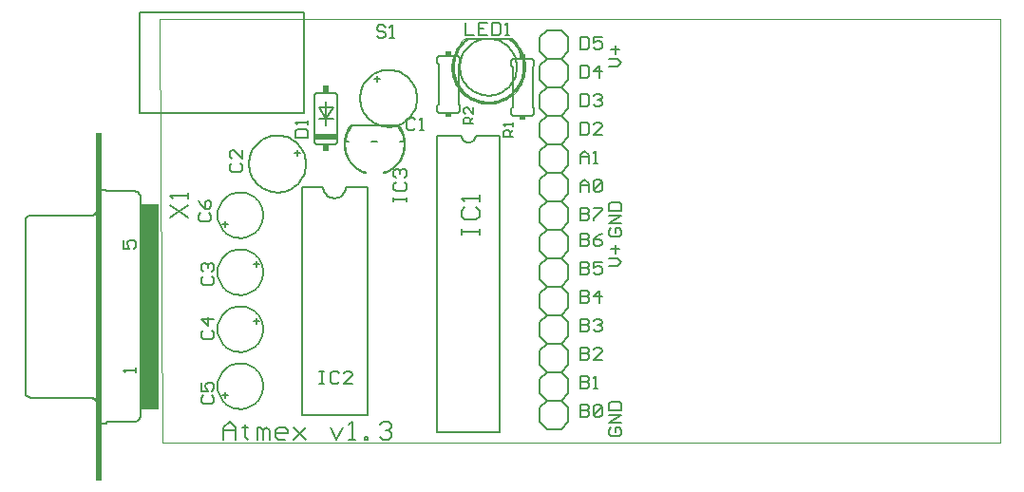
<source format=gto>
G75*
G70*
%OFA0B0*%
%FSLAX24Y24*%
%IPPOS*%
%LPD*%
%AMOC8*
5,1,8,0,0,1.08239X$1,22.5*
%
%ADD10C,0.0000*%
%ADD11C,0.0060*%
%ADD12C,0.0050*%
%ADD13C,0.0010*%
%ADD14C,0.0070*%
%ADD15R,0.0200X1.2200*%
%ADD16R,0.0630X0.7244*%
%ADD17C,0.0080*%
%ADD18R,0.0200X0.0150*%
%ADD19R,0.0800X0.0200*%
%ADD20R,0.0200X0.0250*%
D10*
X034336Y016890D02*
X004840Y016890D01*
X004940Y002020D01*
X034336Y002020D01*
X034336Y016890D01*
D11*
X002988Y002705D02*
X002788Y002705D01*
X002988Y002705D02*
X002988Y002755D01*
X003938Y002755D01*
X003968Y002757D01*
X003998Y002762D01*
X004027Y002771D01*
X004054Y002784D01*
X004080Y002799D01*
X004104Y002818D01*
X004125Y002839D01*
X004144Y002863D01*
X004159Y002889D01*
X004172Y002916D01*
X004181Y002945D01*
X004186Y002975D01*
X004188Y003005D01*
X004188Y002997D02*
X004188Y010612D01*
X004188Y010605D02*
X004186Y010635D01*
X004181Y010665D01*
X004172Y010694D01*
X004159Y010721D01*
X004144Y010747D01*
X004125Y010771D01*
X004104Y010792D01*
X004080Y010811D01*
X004054Y010826D01*
X004027Y010839D01*
X003998Y010848D01*
X003968Y010853D01*
X003938Y010855D01*
X002988Y010855D01*
X002988Y010905D01*
X002788Y010905D01*
X002417Y010005D02*
X000338Y010005D01*
X000312Y010003D01*
X000286Y009998D01*
X000261Y009990D01*
X000238Y009978D01*
X000216Y009964D01*
X000197Y009946D01*
X000179Y009927D01*
X000165Y009905D01*
X000153Y009882D01*
X000145Y009857D01*
X000140Y009831D01*
X000138Y009805D01*
X000138Y003805D01*
X000140Y003779D01*
X000145Y003753D01*
X000153Y003728D01*
X000165Y003705D01*
X000179Y003683D01*
X000197Y003664D01*
X000216Y003646D01*
X000238Y003632D01*
X000261Y003620D01*
X000286Y003612D01*
X000312Y003607D01*
X000338Y003605D01*
X002417Y003605D01*
X007038Y003705D02*
X007238Y003705D01*
X007138Y003605D02*
X007138Y003805D01*
X006888Y004005D02*
X006891Y004078D01*
X006901Y004150D01*
X006918Y004221D01*
X006940Y004290D01*
X006969Y004357D01*
X007004Y004421D01*
X007045Y004481D01*
X007091Y004538D01*
X007142Y004590D01*
X007197Y004637D01*
X007257Y004679D01*
X007320Y004715D01*
X007386Y004746D01*
X007455Y004770D01*
X007525Y004788D01*
X007597Y004800D01*
X007670Y004805D01*
X007743Y004803D01*
X007815Y004795D01*
X007886Y004780D01*
X007956Y004759D01*
X008023Y004731D01*
X008088Y004698D01*
X008149Y004659D01*
X008207Y004614D01*
X008260Y004564D01*
X008309Y004510D01*
X008352Y004451D01*
X008390Y004389D01*
X008422Y004324D01*
X008448Y004256D01*
X008467Y004186D01*
X008481Y004114D01*
X008487Y004041D01*
X008487Y003969D01*
X008481Y003896D01*
X008467Y003824D01*
X008448Y003754D01*
X008422Y003686D01*
X008390Y003621D01*
X008352Y003559D01*
X008309Y003500D01*
X008260Y003446D01*
X008207Y003396D01*
X008149Y003351D01*
X008088Y003312D01*
X008023Y003279D01*
X007956Y003251D01*
X007886Y003230D01*
X007815Y003215D01*
X007743Y003207D01*
X007670Y003205D01*
X007597Y003210D01*
X007525Y003222D01*
X007455Y003240D01*
X007386Y003264D01*
X007320Y003295D01*
X007257Y003331D01*
X007197Y003373D01*
X007142Y003420D01*
X007091Y003472D01*
X007045Y003529D01*
X007004Y003589D01*
X006969Y003653D01*
X006940Y003720D01*
X006918Y003789D01*
X006901Y003860D01*
X006891Y003932D01*
X006888Y004005D01*
X007308Y002775D02*
X007522Y002562D01*
X007522Y002135D01*
X007522Y002455D02*
X007095Y002455D01*
X007095Y002562D02*
X007095Y002135D01*
X007095Y002562D02*
X007308Y002775D01*
X007739Y002562D02*
X007953Y002562D01*
X007846Y002669D02*
X007846Y002242D01*
X007953Y002135D01*
X008277Y002135D02*
X008277Y002562D01*
X008383Y002562D01*
X008490Y002455D01*
X008597Y002562D01*
X008704Y002455D01*
X008704Y002135D01*
X008490Y002135D02*
X008490Y002455D01*
X008921Y002455D02*
X008921Y002242D01*
X009028Y002135D01*
X009241Y002135D01*
X009348Y002348D02*
X008921Y002348D01*
X008921Y002455D02*
X009028Y002562D01*
X009241Y002562D01*
X009348Y002455D01*
X009348Y002348D01*
X009566Y002135D02*
X009993Y002562D01*
X009566Y002562D02*
X009993Y002135D01*
X010855Y002562D02*
X011068Y002135D01*
X011282Y002562D01*
X011499Y002669D02*
X011606Y002775D01*
X011606Y002135D01*
X011499Y002135D02*
X011713Y002135D01*
X012036Y002135D02*
X012143Y002135D01*
X012143Y002242D01*
X012036Y002242D01*
X012036Y002135D01*
X012573Y002242D02*
X012680Y002135D01*
X012894Y002135D01*
X013000Y002242D01*
X013000Y002348D01*
X012894Y002455D01*
X012787Y002455D01*
X012894Y002455D02*
X013000Y002562D01*
X013000Y002669D01*
X012894Y002775D01*
X012680Y002775D01*
X012573Y002669D01*
X012138Y003005D02*
X009838Y003005D01*
X009838Y011005D01*
X010588Y011005D01*
X010590Y010966D01*
X010596Y010927D01*
X010605Y010889D01*
X010618Y010852D01*
X010635Y010816D01*
X010655Y010783D01*
X010679Y010751D01*
X010705Y010722D01*
X010734Y010696D01*
X010766Y010672D01*
X010799Y010652D01*
X010835Y010635D01*
X010872Y010622D01*
X010910Y010613D01*
X010949Y010607D01*
X010988Y010605D01*
X011027Y010607D01*
X011066Y010613D01*
X011104Y010622D01*
X011141Y010635D01*
X011177Y010652D01*
X011210Y010672D01*
X011242Y010696D01*
X011271Y010722D01*
X011297Y010751D01*
X011321Y010783D01*
X011341Y010816D01*
X011358Y010852D01*
X011371Y010889D01*
X011380Y010927D01*
X011386Y010966D01*
X011388Y011005D01*
X012138Y011005D01*
X012138Y003005D01*
X014588Y002405D02*
X014588Y012805D01*
X015438Y012805D01*
X015440Y012774D01*
X015446Y012743D01*
X015456Y012713D01*
X015469Y012685D01*
X015486Y012658D01*
X015506Y012634D01*
X015529Y012612D01*
X015554Y012594D01*
X015582Y012579D01*
X015611Y012567D01*
X015641Y012559D01*
X015672Y012555D01*
X015704Y012555D01*
X015735Y012559D01*
X015765Y012567D01*
X015794Y012579D01*
X015822Y012594D01*
X015847Y012612D01*
X015870Y012634D01*
X015890Y012658D01*
X015907Y012685D01*
X015920Y012713D01*
X015930Y012743D01*
X015936Y012774D01*
X015938Y012805D01*
X016788Y012805D01*
X016788Y002405D01*
X014588Y002405D01*
X018188Y002755D02*
X018438Y002505D01*
X018938Y002505D01*
X019188Y002755D01*
X019188Y003255D01*
X018938Y003505D01*
X019188Y003755D01*
X019188Y004255D01*
X018938Y004505D01*
X018438Y004505D01*
X018188Y004255D01*
X018188Y003755D01*
X018438Y003505D01*
X018938Y003505D01*
X018438Y003505D02*
X018188Y003255D01*
X018188Y002755D01*
X019618Y002935D02*
X019838Y002935D01*
X019912Y003008D01*
X019912Y003082D01*
X019838Y003155D01*
X019618Y003155D01*
X019618Y002935D02*
X019618Y003375D01*
X019838Y003375D01*
X019912Y003302D01*
X019912Y003228D01*
X019838Y003155D01*
X020079Y003008D02*
X020372Y003302D01*
X020372Y003008D01*
X020299Y002935D01*
X020152Y002935D01*
X020079Y003008D01*
X020079Y003302D01*
X020152Y003375D01*
X020299Y003375D01*
X020372Y003302D01*
X020618Y003395D02*
X020618Y003174D01*
X021058Y003174D01*
X021058Y003395D01*
X020985Y003468D01*
X020691Y003468D01*
X020618Y003395D01*
X020618Y003008D02*
X021058Y003008D01*
X020618Y002714D01*
X021058Y002714D01*
X020985Y002547D02*
X020838Y002547D01*
X020838Y002401D01*
X020691Y002547D02*
X020618Y002474D01*
X020618Y002327D01*
X020691Y002254D01*
X020985Y002254D01*
X021058Y002327D01*
X021058Y002474D01*
X020985Y002547D01*
X020225Y003935D02*
X020079Y003935D01*
X020152Y003935D02*
X020152Y004375D01*
X020079Y004302D01*
X019912Y004302D02*
X019912Y004228D01*
X019838Y004155D01*
X019618Y004155D01*
X019618Y003935D02*
X019838Y003935D01*
X019912Y004008D01*
X019912Y004082D01*
X019838Y004155D01*
X019912Y004302D02*
X019838Y004375D01*
X019618Y004375D01*
X019618Y003935D01*
X018938Y004505D02*
X019188Y004755D01*
X019188Y005255D01*
X018938Y005505D01*
X019188Y005755D01*
X019188Y006255D01*
X018938Y006505D01*
X019188Y006755D01*
X019188Y007255D01*
X018938Y007505D01*
X018438Y007505D01*
X018188Y007255D01*
X018188Y006755D01*
X018438Y006505D01*
X018938Y006505D01*
X018438Y006505D02*
X018188Y006255D01*
X018188Y005755D01*
X018438Y005505D01*
X018938Y005505D01*
X018438Y005505D02*
X018188Y005255D01*
X018188Y004755D01*
X018438Y004505D01*
X019618Y004935D02*
X019838Y004935D01*
X019912Y005008D01*
X019912Y005082D01*
X019838Y005155D01*
X019618Y005155D01*
X019618Y004935D02*
X019618Y005375D01*
X019838Y005375D01*
X019912Y005302D01*
X019912Y005228D01*
X019838Y005155D01*
X020079Y005302D02*
X020152Y005375D01*
X020299Y005375D01*
X020372Y005302D01*
X020372Y005228D01*
X020079Y004935D01*
X020372Y004935D01*
X020299Y005935D02*
X020152Y005935D01*
X020079Y006008D01*
X019912Y006008D02*
X019838Y005935D01*
X019618Y005935D01*
X019618Y006375D01*
X019838Y006375D01*
X019912Y006302D01*
X019912Y006228D01*
X019838Y006155D01*
X019618Y006155D01*
X019838Y006155D02*
X019912Y006082D01*
X019912Y006008D01*
X020079Y006302D02*
X020152Y006375D01*
X020299Y006375D01*
X020372Y006302D01*
X020372Y006228D01*
X020299Y006155D01*
X020372Y006082D01*
X020372Y006008D01*
X020299Y005935D01*
X020299Y006155D02*
X020225Y006155D01*
X020299Y006935D02*
X020299Y007375D01*
X020079Y007155D01*
X020372Y007155D01*
X019912Y007228D02*
X019838Y007155D01*
X019618Y007155D01*
X019618Y006935D02*
X019838Y006935D01*
X019912Y007008D01*
X019912Y007082D01*
X019838Y007155D01*
X019912Y007228D02*
X019912Y007302D01*
X019838Y007375D01*
X019618Y007375D01*
X019618Y006935D01*
X018938Y007505D02*
X019188Y007755D01*
X019188Y008255D01*
X018938Y008505D01*
X019188Y008755D01*
X019188Y009255D01*
X018938Y009505D01*
X019188Y009755D01*
X019188Y010255D01*
X018938Y010505D01*
X018438Y010505D01*
X018188Y010255D01*
X018188Y009755D01*
X018438Y009505D01*
X018938Y009505D01*
X018438Y009505D02*
X018188Y009255D01*
X018188Y008755D01*
X018438Y008505D01*
X018938Y008505D01*
X018438Y008505D02*
X018188Y008255D01*
X018188Y007755D01*
X018438Y007505D01*
X019618Y007935D02*
X019838Y007935D01*
X019912Y008008D01*
X019912Y008082D01*
X019838Y008155D01*
X019618Y008155D01*
X019618Y007935D02*
X019618Y008375D01*
X019838Y008375D01*
X019912Y008302D01*
X019912Y008228D01*
X019838Y008155D01*
X020079Y008155D02*
X020225Y008228D01*
X020299Y008228D01*
X020372Y008155D01*
X020372Y008008D01*
X020299Y007935D01*
X020152Y007935D01*
X020079Y008008D01*
X020079Y008155D02*
X020079Y008375D01*
X020372Y008375D01*
X020618Y008508D02*
X020911Y008508D01*
X021058Y008361D01*
X020911Y008214D01*
X020618Y008214D01*
X020838Y008674D02*
X020838Y008968D01*
X020691Y008821D02*
X020985Y008821D01*
X020985Y009254D02*
X020691Y009254D01*
X020618Y009327D01*
X020618Y009474D01*
X020691Y009547D01*
X020838Y009547D02*
X020838Y009401D01*
X020838Y009547D02*
X020985Y009547D01*
X021058Y009474D01*
X021058Y009327D01*
X020985Y009254D01*
X020372Y009375D02*
X020225Y009302D01*
X020079Y009155D01*
X020299Y009155D01*
X020372Y009082D01*
X020372Y009008D01*
X020299Y008935D01*
X020152Y008935D01*
X020079Y009008D01*
X020079Y009155D01*
X019912Y009082D02*
X019838Y009155D01*
X019618Y009155D01*
X019618Y008935D02*
X019838Y008935D01*
X019912Y009008D01*
X019912Y009082D01*
X019838Y009155D02*
X019912Y009228D01*
X019912Y009302D01*
X019838Y009375D01*
X019618Y009375D01*
X019618Y008935D01*
X019618Y009835D02*
X019838Y009835D01*
X019912Y009908D01*
X019912Y009982D01*
X019838Y010055D01*
X019618Y010055D01*
X019618Y009835D02*
X019618Y010275D01*
X019838Y010275D01*
X019912Y010202D01*
X019912Y010128D01*
X019838Y010055D01*
X020079Y009908D02*
X020079Y009835D01*
X020079Y009908D02*
X020372Y010202D01*
X020372Y010275D01*
X020079Y010275D01*
X020618Y010174D02*
X020618Y010395D01*
X020691Y010468D01*
X020985Y010468D01*
X021058Y010395D01*
X021058Y010174D01*
X020618Y010174D01*
X020618Y010008D02*
X021058Y010008D01*
X020618Y009714D01*
X021058Y009714D01*
X019188Y010755D02*
X018938Y010505D01*
X019188Y010755D02*
X019188Y011255D01*
X018938Y011505D01*
X019188Y011755D01*
X019188Y012255D01*
X018938Y012505D01*
X019188Y012755D01*
X019188Y013255D01*
X018938Y013505D01*
X018438Y013505D01*
X018188Y013255D01*
X018188Y012755D01*
X018438Y012505D01*
X018938Y012505D01*
X018438Y012505D02*
X018188Y012255D01*
X018188Y011755D01*
X018438Y011505D01*
X018938Y011505D01*
X018438Y011505D02*
X018188Y011255D01*
X018188Y010755D01*
X018438Y010505D01*
X019618Y010835D02*
X019618Y011128D01*
X019765Y011275D01*
X019912Y011128D01*
X019912Y010835D01*
X020079Y010908D02*
X020372Y011202D01*
X020372Y010908D01*
X020299Y010835D01*
X020152Y010835D01*
X020079Y010908D01*
X020079Y011202D01*
X020152Y011275D01*
X020299Y011275D01*
X020372Y011202D01*
X019912Y011055D02*
X019618Y011055D01*
X019618Y011835D02*
X019618Y012128D01*
X019765Y012275D01*
X019912Y012128D01*
X019912Y011835D01*
X020079Y011835D02*
X020225Y011835D01*
X020152Y011835D02*
X020152Y012275D01*
X020079Y012202D01*
X019912Y012055D02*
X019618Y012055D01*
X019618Y012835D02*
X019838Y012835D01*
X019912Y012908D01*
X019912Y013202D01*
X019838Y013275D01*
X019618Y013275D01*
X019618Y012835D01*
X020079Y012835D02*
X020372Y013128D01*
X020372Y013202D01*
X020299Y013275D01*
X020152Y013275D01*
X020079Y013202D01*
X020079Y012835D02*
X020372Y012835D01*
X019188Y013755D02*
X018938Y013505D01*
X018438Y013505D02*
X018188Y013755D01*
X018188Y014255D01*
X018438Y014505D01*
X018188Y014755D01*
X018188Y015255D01*
X018438Y015505D01*
X018188Y015755D01*
X018188Y016255D01*
X018438Y016505D01*
X018938Y016505D01*
X019188Y016255D01*
X019188Y015755D01*
X018938Y015505D01*
X019188Y015255D01*
X019188Y014755D01*
X018938Y014505D01*
X019188Y014255D01*
X019188Y013755D01*
X019618Y013835D02*
X019838Y013835D01*
X019912Y013908D01*
X019912Y014202D01*
X019838Y014275D01*
X019618Y014275D01*
X019618Y013835D01*
X020079Y013908D02*
X020152Y013835D01*
X020299Y013835D01*
X020372Y013908D01*
X020372Y013982D01*
X020299Y014055D01*
X020225Y014055D01*
X020299Y014055D02*
X020372Y014128D01*
X020372Y014202D01*
X020299Y014275D01*
X020152Y014275D01*
X020079Y014202D01*
X020299Y014835D02*
X020299Y015275D01*
X020079Y015055D01*
X020372Y015055D01*
X020618Y015214D02*
X020911Y015214D01*
X021058Y015361D01*
X020911Y015508D01*
X020618Y015508D01*
X020838Y015674D02*
X020838Y015968D01*
X020691Y015821D02*
X020985Y015821D01*
X020372Y015908D02*
X020372Y016055D01*
X020299Y016128D01*
X020225Y016128D01*
X020079Y016055D01*
X020079Y016275D01*
X020372Y016275D01*
X019912Y016202D02*
X019838Y016275D01*
X019618Y016275D01*
X019618Y015835D01*
X019838Y015835D01*
X019912Y015908D01*
X019912Y016202D01*
X020079Y015908D02*
X020152Y015835D01*
X020299Y015835D01*
X020372Y015908D01*
X019838Y015275D02*
X019618Y015275D01*
X019618Y014835D01*
X019838Y014835D01*
X019912Y014908D01*
X019912Y015202D01*
X019838Y015275D01*
X018938Y015505D02*
X018438Y015505D01*
X017988Y015405D02*
X017988Y015255D01*
X017938Y015205D01*
X017938Y013805D01*
X017988Y013755D01*
X017988Y013605D01*
X017986Y013585D01*
X017980Y013567D01*
X017971Y013549D01*
X017959Y013534D01*
X017944Y013522D01*
X017926Y013513D01*
X017908Y013507D01*
X017888Y013505D01*
X017288Y013505D01*
X017268Y013507D01*
X017250Y013513D01*
X017232Y013522D01*
X017217Y013534D01*
X017205Y013549D01*
X017196Y013567D01*
X017190Y013585D01*
X017188Y013605D01*
X017188Y013755D01*
X017238Y013805D01*
X017238Y015205D01*
X017188Y015255D01*
X017188Y015405D01*
X017190Y015425D01*
X017196Y015443D01*
X017205Y015461D01*
X017217Y015476D01*
X017232Y015488D01*
X017250Y015497D01*
X017268Y015503D01*
X017288Y015505D01*
X017888Y015505D01*
X017908Y015503D01*
X017926Y015497D01*
X017944Y015488D01*
X017959Y015476D01*
X017971Y015461D01*
X017980Y015443D01*
X017986Y015425D01*
X017988Y015405D01*
X018438Y014505D02*
X018938Y014505D01*
X015388Y015205D02*
X015392Y015296D01*
X015405Y015386D01*
X015425Y015475D01*
X015454Y015561D01*
X015490Y015645D01*
X015534Y015725D01*
X015584Y015800D01*
X015642Y015871D01*
X015705Y015936D01*
X015775Y015995D01*
X015849Y016047D01*
X015928Y016093D01*
X016011Y016131D01*
X016096Y016162D01*
X016185Y016184D01*
X016274Y016199D01*
X016365Y016205D01*
X016456Y016203D01*
X016547Y016192D01*
X016636Y016174D01*
X016723Y016147D01*
X016807Y016113D01*
X016888Y016071D01*
X016965Y016022D01*
X017037Y015966D01*
X017103Y015904D01*
X017164Y015836D01*
X017218Y015763D01*
X017265Y015685D01*
X017305Y015603D01*
X017338Y015518D01*
X017362Y015431D01*
X017379Y015341D01*
X017387Y015251D01*
X017387Y015159D01*
X017379Y015069D01*
X017362Y014979D01*
X017338Y014892D01*
X017305Y014807D01*
X017265Y014725D01*
X017218Y014647D01*
X017164Y014574D01*
X017103Y014506D01*
X017037Y014444D01*
X016965Y014388D01*
X016888Y014339D01*
X016807Y014297D01*
X016723Y014263D01*
X016636Y014236D01*
X016547Y014218D01*
X016456Y014207D01*
X016365Y014205D01*
X016274Y014211D01*
X016185Y014226D01*
X016096Y014248D01*
X016011Y014279D01*
X015928Y014317D01*
X015849Y014363D01*
X015775Y014415D01*
X015705Y014474D01*
X015642Y014539D01*
X015584Y014610D01*
X015534Y014685D01*
X015490Y014765D01*
X015454Y014849D01*
X015425Y014935D01*
X015405Y015024D01*
X015392Y015114D01*
X015388Y015205D01*
X015338Y015305D02*
X015338Y013905D01*
X015388Y013855D01*
X015388Y013705D01*
X015386Y013685D01*
X015380Y013667D01*
X015371Y013649D01*
X015359Y013634D01*
X015344Y013622D01*
X015326Y013613D01*
X015308Y013607D01*
X015288Y013605D01*
X014688Y013605D01*
X014668Y013607D01*
X014650Y013613D01*
X014632Y013622D01*
X014617Y013634D01*
X014605Y013649D01*
X014596Y013667D01*
X014590Y013685D01*
X014588Y013705D01*
X014588Y013855D01*
X014638Y013905D01*
X014638Y015305D01*
X014588Y015355D01*
X014588Y015505D01*
X014590Y015525D01*
X014596Y015543D01*
X014605Y015561D01*
X014617Y015576D01*
X014632Y015588D01*
X014650Y015597D01*
X014668Y015603D01*
X014688Y015605D01*
X015288Y015605D01*
X015308Y015603D01*
X015326Y015597D01*
X015344Y015588D01*
X015359Y015576D01*
X015371Y015561D01*
X015380Y015543D01*
X015386Y015525D01*
X015388Y015505D01*
X015388Y015355D01*
X015338Y015305D01*
X011888Y014105D02*
X011892Y014196D01*
X011905Y014286D01*
X011925Y014375D01*
X011954Y014461D01*
X011990Y014545D01*
X012034Y014625D01*
X012084Y014700D01*
X012142Y014771D01*
X012205Y014836D01*
X012275Y014895D01*
X012349Y014947D01*
X012428Y014993D01*
X012511Y015031D01*
X012596Y015062D01*
X012685Y015084D01*
X012774Y015099D01*
X012865Y015105D01*
X012956Y015103D01*
X013047Y015092D01*
X013136Y015074D01*
X013223Y015047D01*
X013307Y015013D01*
X013388Y014971D01*
X013465Y014922D01*
X013537Y014866D01*
X013603Y014804D01*
X013664Y014736D01*
X013718Y014663D01*
X013765Y014585D01*
X013805Y014503D01*
X013838Y014418D01*
X013862Y014331D01*
X013879Y014241D01*
X013887Y014151D01*
X013887Y014059D01*
X013879Y013969D01*
X013862Y013879D01*
X013838Y013792D01*
X013805Y013707D01*
X013765Y013625D01*
X013718Y013547D01*
X013664Y013474D01*
X013603Y013406D01*
X013537Y013344D01*
X013465Y013288D01*
X013388Y013239D01*
X013307Y013197D01*
X013223Y013163D01*
X013136Y013136D01*
X013047Y013118D01*
X012956Y013107D01*
X012865Y013105D01*
X012774Y013111D01*
X012685Y013126D01*
X012596Y013148D01*
X012511Y013179D01*
X012428Y013217D01*
X012349Y013263D01*
X012275Y013315D01*
X012205Y013374D01*
X012142Y013439D01*
X012084Y013510D01*
X012034Y013585D01*
X011990Y013665D01*
X011954Y013749D01*
X011925Y013835D01*
X011905Y013924D01*
X011892Y014014D01*
X011888Y014105D01*
X011088Y014205D02*
X011088Y012605D01*
X011086Y012585D01*
X011080Y012567D01*
X011071Y012549D01*
X011059Y012534D01*
X011044Y012522D01*
X011026Y012513D01*
X011008Y012507D01*
X010988Y012505D01*
X010388Y012505D01*
X010368Y012507D01*
X010350Y012513D01*
X010332Y012522D01*
X010317Y012534D01*
X010305Y012549D01*
X010296Y012567D01*
X010290Y012585D01*
X010288Y012605D01*
X010288Y014205D01*
X010290Y014225D01*
X010296Y014243D01*
X010305Y014261D01*
X010317Y014276D01*
X010332Y014288D01*
X010350Y014297D01*
X010368Y014303D01*
X010388Y014305D01*
X010988Y014305D01*
X011008Y014303D01*
X011026Y014297D01*
X011044Y014288D01*
X011059Y014276D01*
X011071Y014261D01*
X011080Y014243D01*
X011086Y014225D01*
X011088Y014205D01*
X010688Y014005D02*
X010688Y013405D01*
X010938Y013405D01*
X010688Y013405D02*
X010688Y013155D01*
X010688Y013405D02*
X010438Y013405D01*
X010688Y013405D02*
X010438Y013805D01*
X010938Y013805D01*
X010688Y013405D01*
X011563Y013155D02*
X013213Y013155D01*
X013276Y012605D02*
X013433Y012605D01*
X012501Y012605D02*
X012276Y012605D01*
X011501Y012605D02*
X011343Y012605D01*
X009788Y012205D02*
X009588Y012205D01*
X009688Y012305D02*
X009688Y012105D01*
X007988Y011805D02*
X007992Y011896D01*
X008005Y011986D01*
X008025Y012075D01*
X008054Y012161D01*
X008090Y012245D01*
X008134Y012325D01*
X008184Y012400D01*
X008242Y012471D01*
X008305Y012536D01*
X008375Y012595D01*
X008449Y012647D01*
X008528Y012693D01*
X008611Y012731D01*
X008696Y012762D01*
X008785Y012784D01*
X008874Y012799D01*
X008965Y012805D01*
X009056Y012803D01*
X009147Y012792D01*
X009236Y012774D01*
X009323Y012747D01*
X009407Y012713D01*
X009488Y012671D01*
X009565Y012622D01*
X009637Y012566D01*
X009703Y012504D01*
X009764Y012436D01*
X009818Y012363D01*
X009865Y012285D01*
X009905Y012203D01*
X009938Y012118D01*
X009962Y012031D01*
X009979Y011941D01*
X009987Y011851D01*
X009987Y011759D01*
X009979Y011669D01*
X009962Y011579D01*
X009938Y011492D01*
X009905Y011407D01*
X009865Y011325D01*
X009818Y011247D01*
X009764Y011174D01*
X009703Y011106D01*
X009637Y011044D01*
X009565Y010988D01*
X009488Y010939D01*
X009407Y010897D01*
X009323Y010863D01*
X009236Y010836D01*
X009147Y010818D01*
X009056Y010807D01*
X008965Y010805D01*
X008874Y010811D01*
X008785Y010826D01*
X008696Y010848D01*
X008611Y010879D01*
X008528Y010917D01*
X008449Y010963D01*
X008375Y011015D01*
X008305Y011074D01*
X008242Y011139D01*
X008184Y011210D01*
X008134Y011285D01*
X008090Y011365D01*
X008054Y011449D01*
X008025Y011535D01*
X008005Y011624D01*
X007992Y011714D01*
X007988Y011805D01*
X006888Y010005D02*
X006891Y010078D01*
X006901Y010150D01*
X006918Y010221D01*
X006940Y010290D01*
X006969Y010357D01*
X007004Y010421D01*
X007045Y010481D01*
X007091Y010538D01*
X007142Y010590D01*
X007197Y010637D01*
X007257Y010679D01*
X007320Y010715D01*
X007386Y010746D01*
X007455Y010770D01*
X007525Y010788D01*
X007597Y010800D01*
X007670Y010805D01*
X007743Y010803D01*
X007815Y010795D01*
X007886Y010780D01*
X007956Y010759D01*
X008023Y010731D01*
X008088Y010698D01*
X008149Y010659D01*
X008207Y010614D01*
X008260Y010564D01*
X008309Y010510D01*
X008352Y010451D01*
X008390Y010389D01*
X008422Y010324D01*
X008448Y010256D01*
X008467Y010186D01*
X008481Y010114D01*
X008487Y010041D01*
X008487Y009969D01*
X008481Y009896D01*
X008467Y009824D01*
X008448Y009754D01*
X008422Y009686D01*
X008390Y009621D01*
X008352Y009559D01*
X008309Y009500D01*
X008260Y009446D01*
X008207Y009396D01*
X008149Y009351D01*
X008088Y009312D01*
X008023Y009279D01*
X007956Y009251D01*
X007886Y009230D01*
X007815Y009215D01*
X007743Y009207D01*
X007670Y009205D01*
X007597Y009210D01*
X007525Y009222D01*
X007455Y009240D01*
X007386Y009264D01*
X007320Y009295D01*
X007257Y009331D01*
X007197Y009373D01*
X007142Y009420D01*
X007091Y009472D01*
X007045Y009529D01*
X007004Y009589D01*
X006969Y009653D01*
X006940Y009720D01*
X006918Y009789D01*
X006901Y009860D01*
X006891Y009932D01*
X006888Y010005D01*
X007138Y009805D02*
X007138Y009605D01*
X007238Y009705D02*
X007038Y009705D01*
X008238Y008405D02*
X008238Y008205D01*
X008138Y008305D02*
X008338Y008305D01*
X006888Y008005D02*
X006891Y008078D01*
X006901Y008150D01*
X006918Y008221D01*
X006940Y008290D01*
X006969Y008357D01*
X007004Y008421D01*
X007045Y008481D01*
X007091Y008538D01*
X007142Y008590D01*
X007197Y008637D01*
X007257Y008679D01*
X007320Y008715D01*
X007386Y008746D01*
X007455Y008770D01*
X007525Y008788D01*
X007597Y008800D01*
X007670Y008805D01*
X007743Y008803D01*
X007815Y008795D01*
X007886Y008780D01*
X007956Y008759D01*
X008023Y008731D01*
X008088Y008698D01*
X008149Y008659D01*
X008207Y008614D01*
X008260Y008564D01*
X008309Y008510D01*
X008352Y008451D01*
X008390Y008389D01*
X008422Y008324D01*
X008448Y008256D01*
X008467Y008186D01*
X008481Y008114D01*
X008487Y008041D01*
X008487Y007969D01*
X008481Y007896D01*
X008467Y007824D01*
X008448Y007754D01*
X008422Y007686D01*
X008390Y007621D01*
X008352Y007559D01*
X008309Y007500D01*
X008260Y007446D01*
X008207Y007396D01*
X008149Y007351D01*
X008088Y007312D01*
X008023Y007279D01*
X007956Y007251D01*
X007886Y007230D01*
X007815Y007215D01*
X007743Y007207D01*
X007670Y007205D01*
X007597Y007210D01*
X007525Y007222D01*
X007455Y007240D01*
X007386Y007264D01*
X007320Y007295D01*
X007257Y007331D01*
X007197Y007373D01*
X007142Y007420D01*
X007091Y007472D01*
X007045Y007529D01*
X007004Y007589D01*
X006969Y007653D01*
X006940Y007720D01*
X006918Y007789D01*
X006901Y007860D01*
X006891Y007932D01*
X006888Y008005D01*
X008238Y006405D02*
X008238Y006205D01*
X008138Y006305D02*
X008338Y006305D01*
X006888Y006005D02*
X006891Y006078D01*
X006901Y006150D01*
X006918Y006221D01*
X006940Y006290D01*
X006969Y006357D01*
X007004Y006421D01*
X007045Y006481D01*
X007091Y006538D01*
X007142Y006590D01*
X007197Y006637D01*
X007257Y006679D01*
X007320Y006715D01*
X007386Y006746D01*
X007455Y006770D01*
X007525Y006788D01*
X007597Y006800D01*
X007670Y006805D01*
X007743Y006803D01*
X007815Y006795D01*
X007886Y006780D01*
X007956Y006759D01*
X008023Y006731D01*
X008088Y006698D01*
X008149Y006659D01*
X008207Y006614D01*
X008260Y006564D01*
X008309Y006510D01*
X008352Y006451D01*
X008390Y006389D01*
X008422Y006324D01*
X008448Y006256D01*
X008467Y006186D01*
X008481Y006114D01*
X008487Y006041D01*
X008487Y005969D01*
X008481Y005896D01*
X008467Y005824D01*
X008448Y005754D01*
X008422Y005686D01*
X008390Y005621D01*
X008352Y005559D01*
X008309Y005500D01*
X008260Y005446D01*
X008207Y005396D01*
X008149Y005351D01*
X008088Y005312D01*
X008023Y005279D01*
X007956Y005251D01*
X007886Y005230D01*
X007815Y005215D01*
X007743Y005207D01*
X007670Y005205D01*
X007597Y005210D01*
X007525Y005222D01*
X007455Y005240D01*
X007386Y005264D01*
X007320Y005295D01*
X007257Y005331D01*
X007197Y005373D01*
X007142Y005420D01*
X007091Y005472D01*
X007045Y005529D01*
X007004Y005589D01*
X006969Y005653D01*
X006940Y005720D01*
X006918Y005789D01*
X006901Y005860D01*
X006891Y005932D01*
X006888Y006005D01*
X012488Y014705D02*
X012488Y014905D01*
X012388Y014805D02*
X012588Y014805D01*
D12*
X012544Y016230D02*
X012469Y016305D01*
X012544Y016230D02*
X012694Y016230D01*
X012769Y016305D01*
X012769Y016380D01*
X012694Y016455D01*
X012544Y016455D01*
X012469Y016530D01*
X012469Y016605D01*
X012544Y016680D01*
X012694Y016680D01*
X012769Y016605D01*
X012930Y016605D02*
X013005Y016680D01*
X013005Y016230D01*
X012930Y016230D02*
X013080Y016230D01*
X015598Y016320D02*
X015899Y016320D01*
X016059Y016320D02*
X016359Y016320D01*
X016519Y016320D02*
X016744Y016320D01*
X016819Y016395D01*
X016819Y016695D01*
X016744Y016770D01*
X016519Y016770D01*
X016519Y016320D01*
X016209Y016545D02*
X016059Y016545D01*
X016059Y016770D02*
X016059Y016320D01*
X015598Y016320D02*
X015598Y016770D01*
X016059Y016770D02*
X016359Y016770D01*
X016979Y016695D02*
X017054Y016770D01*
X017054Y016320D01*
X016979Y016320D02*
X017130Y016320D01*
X015863Y013798D02*
X015863Y013571D01*
X015636Y013798D01*
X015580Y013798D01*
X015523Y013741D01*
X015523Y013627D01*
X015580Y013571D01*
X015580Y013439D02*
X015693Y013439D01*
X015750Y013382D01*
X015750Y013212D01*
X015750Y013325D02*
X015863Y013439D01*
X015863Y013212D02*
X015523Y013212D01*
X015523Y013382D01*
X015580Y013439D01*
X016923Y013187D02*
X017263Y013187D01*
X017263Y013131D02*
X017263Y013244D01*
X017263Y012998D02*
X017150Y012885D01*
X017150Y012942D02*
X017150Y012772D01*
X017263Y012772D02*
X016923Y012772D01*
X016923Y012942D01*
X016980Y012998D01*
X017093Y012998D01*
X017150Y012942D01*
X016980Y013131D02*
X016923Y013187D01*
X014130Y012980D02*
X013980Y012980D01*
X014055Y012980D02*
X014055Y013430D01*
X013980Y013355D01*
X013819Y013355D02*
X013744Y013430D01*
X013594Y013430D01*
X013519Y013355D01*
X013519Y013055D01*
X013594Y012980D01*
X013744Y012980D01*
X013819Y013055D01*
X013438Y011624D02*
X013513Y011549D01*
X013513Y011399D01*
X013438Y011324D01*
X013438Y011164D02*
X013513Y011089D01*
X013513Y010939D01*
X013438Y010864D01*
X013138Y010864D01*
X013063Y010939D01*
X013063Y011089D01*
X013138Y011164D01*
X013138Y011324D02*
X013063Y011399D01*
X013063Y011549D01*
X013138Y011624D01*
X013213Y011624D01*
X013288Y011549D01*
X013363Y011624D01*
X013438Y011624D01*
X013288Y011549D02*
X013288Y011474D01*
X013063Y010630D02*
X013063Y010480D01*
X013063Y010555D02*
X013513Y010555D01*
X013513Y010480D02*
X013513Y010630D01*
X010063Y012730D02*
X009613Y012730D01*
X009613Y012955D01*
X009688Y013030D01*
X009988Y013030D01*
X010063Y012955D01*
X010063Y012730D01*
X010063Y013190D02*
X010063Y013340D01*
X010063Y013265D02*
X009613Y013265D01*
X009688Y013190D01*
X009904Y013594D02*
X004156Y013594D01*
X004156Y017137D01*
X009904Y017137D01*
X009904Y013594D01*
X007763Y012290D02*
X007763Y011990D01*
X007463Y012290D01*
X007388Y012290D01*
X007313Y012215D01*
X007313Y012065D01*
X007388Y011990D01*
X007388Y011830D02*
X007313Y011755D01*
X007313Y011605D01*
X007388Y011530D01*
X007688Y011530D01*
X007763Y011605D01*
X007763Y011755D01*
X007688Y011830D01*
X006588Y010540D02*
X006513Y010540D01*
X006438Y010465D01*
X006438Y010240D01*
X006588Y010240D01*
X006663Y010315D01*
X006663Y010465D01*
X006588Y010540D01*
X006288Y010390D02*
X006438Y010240D01*
X006288Y010390D02*
X006213Y010540D01*
X006288Y010080D02*
X006213Y010005D01*
X006213Y009855D01*
X006288Y009780D01*
X006588Y009780D01*
X006663Y009855D01*
X006663Y010005D01*
X006588Y010080D01*
X004021Y009057D02*
X004021Y008907D01*
X003946Y008832D01*
X003796Y008832D02*
X003721Y008982D01*
X003721Y009057D01*
X003796Y009132D01*
X003946Y009132D01*
X004021Y009057D01*
X003796Y008832D02*
X003571Y008832D01*
X003571Y009132D01*
X006313Y008245D02*
X006313Y008095D01*
X006388Y008019D01*
X006388Y007859D02*
X006313Y007784D01*
X006313Y007634D01*
X006388Y007559D01*
X006688Y007559D01*
X006763Y007634D01*
X006763Y007784D01*
X006688Y007859D01*
X006688Y008019D02*
X006763Y008095D01*
X006763Y008245D01*
X006688Y008320D01*
X006613Y008320D01*
X006538Y008245D01*
X006538Y008170D01*
X006538Y008245D02*
X006463Y008320D01*
X006388Y008320D01*
X006313Y008245D01*
X006538Y006420D02*
X006538Y006119D01*
X006313Y006345D01*
X006763Y006345D01*
X006688Y005959D02*
X006763Y005884D01*
X006763Y005734D01*
X006688Y005659D01*
X006388Y005659D01*
X006313Y005734D01*
X006313Y005884D01*
X006388Y005959D01*
X004021Y004649D02*
X004021Y004499D01*
X004021Y004574D02*
X003571Y004574D01*
X003646Y004499D01*
X006313Y004140D02*
X006313Y003840D01*
X006538Y003840D01*
X006463Y003990D01*
X006463Y004065D01*
X006538Y004140D01*
X006688Y004140D01*
X006763Y004065D01*
X006763Y003915D01*
X006688Y003840D01*
X006688Y003680D02*
X006763Y003605D01*
X006763Y003455D01*
X006688Y003380D01*
X006388Y003380D01*
X006313Y003455D01*
X006313Y003605D01*
X006388Y003680D01*
X010463Y004080D02*
X010613Y004080D01*
X010538Y004080D02*
X010538Y004530D01*
X010463Y004530D02*
X010613Y004530D01*
X010847Y004455D02*
X010847Y004155D01*
X010922Y004080D01*
X011072Y004080D01*
X011147Y004155D01*
X011307Y004080D02*
X011607Y004380D01*
X011607Y004455D01*
X011532Y004530D01*
X011382Y004530D01*
X011307Y004455D01*
X011147Y004455D02*
X011072Y004530D01*
X010922Y004530D01*
X010847Y004455D01*
X011307Y004080D02*
X011607Y004080D01*
D13*
X002691Y003359D02*
X002641Y003359D01*
X002642Y003360D02*
X002639Y003388D01*
X002633Y003416D01*
X002624Y003443D01*
X002611Y003469D01*
X002595Y003493D01*
X002576Y003514D01*
X002555Y003533D01*
X002531Y003549D01*
X002505Y003562D01*
X002478Y003571D01*
X002450Y003577D01*
X002422Y003580D01*
X002421Y003629D01*
X002422Y003630D01*
X002454Y003627D01*
X002486Y003621D01*
X002517Y003611D01*
X002546Y003598D01*
X002574Y003581D01*
X002600Y003561D01*
X002623Y003538D01*
X002643Y003512D01*
X002660Y003484D01*
X002673Y003455D01*
X002683Y003424D01*
X002689Y003392D01*
X002692Y003360D01*
X002683Y003360D01*
X002681Y003391D01*
X002674Y003422D01*
X002665Y003452D01*
X002652Y003480D01*
X002635Y003507D01*
X002616Y003532D01*
X002594Y003554D01*
X002569Y003573D01*
X002542Y003590D01*
X002514Y003603D01*
X002484Y003612D01*
X002453Y003619D01*
X002422Y003621D01*
X002422Y003612D01*
X002452Y003610D01*
X002482Y003604D01*
X002511Y003594D01*
X002538Y003582D01*
X002564Y003566D01*
X002588Y003547D01*
X002609Y003526D01*
X002628Y003502D01*
X002644Y003476D01*
X002656Y003449D01*
X002666Y003420D01*
X002672Y003390D01*
X002674Y003360D01*
X002665Y003360D01*
X002662Y003391D01*
X002656Y003422D01*
X002645Y003452D01*
X002631Y003480D01*
X002613Y003507D01*
X002592Y003530D01*
X002569Y003551D01*
X002542Y003569D01*
X002514Y003583D01*
X002484Y003594D01*
X002453Y003600D01*
X002422Y003603D01*
X002422Y003594D01*
X002452Y003591D01*
X002482Y003585D01*
X002511Y003575D01*
X002538Y003561D01*
X002563Y003544D01*
X002586Y003524D01*
X002606Y003501D01*
X002623Y003476D01*
X002637Y003449D01*
X002647Y003420D01*
X002653Y003390D01*
X002656Y003360D01*
X002647Y003360D01*
X002644Y003389D01*
X002638Y003418D01*
X002629Y003445D01*
X002615Y003471D01*
X002599Y003496D01*
X002580Y003518D01*
X002558Y003537D01*
X002533Y003553D01*
X002507Y003567D01*
X002480Y003576D01*
X002451Y003582D01*
X002422Y003585D01*
X002421Y009980D02*
X002421Y010030D01*
X002422Y010030D02*
X002450Y010033D01*
X002478Y010039D01*
X002505Y010048D01*
X002531Y010061D01*
X002555Y010077D01*
X002576Y010096D01*
X002595Y010117D01*
X002611Y010141D01*
X002624Y010167D01*
X002633Y010194D01*
X002639Y010222D01*
X002642Y010250D01*
X002691Y010250D01*
X002692Y010250D01*
X002689Y010218D01*
X002683Y010186D01*
X002673Y010155D01*
X002660Y010126D01*
X002643Y010098D01*
X002623Y010072D01*
X002600Y010049D01*
X002574Y010029D01*
X002546Y010012D01*
X002517Y009999D01*
X002486Y009989D01*
X002454Y009983D01*
X002422Y009980D01*
X002422Y009989D01*
X002453Y009991D01*
X002484Y009998D01*
X002514Y010007D01*
X002542Y010020D01*
X002569Y010037D01*
X002594Y010056D01*
X002616Y010078D01*
X002635Y010103D01*
X002652Y010130D01*
X002665Y010158D01*
X002674Y010188D01*
X002681Y010219D01*
X002683Y010250D01*
X002674Y010250D01*
X002672Y010220D01*
X002666Y010190D01*
X002656Y010161D01*
X002644Y010134D01*
X002628Y010108D01*
X002609Y010084D01*
X002588Y010063D01*
X002564Y010044D01*
X002538Y010028D01*
X002511Y010016D01*
X002482Y010006D01*
X002452Y010000D01*
X002422Y009998D01*
X002422Y010007D01*
X002453Y010010D01*
X002484Y010016D01*
X002514Y010027D01*
X002542Y010041D01*
X002569Y010059D01*
X002592Y010080D01*
X002613Y010103D01*
X002631Y010130D01*
X002645Y010158D01*
X002656Y010188D01*
X002662Y010219D01*
X002665Y010250D01*
X002656Y010250D01*
X002653Y010220D01*
X002647Y010190D01*
X002637Y010161D01*
X002623Y010134D01*
X002606Y010109D01*
X002586Y010086D01*
X002563Y010066D01*
X002538Y010049D01*
X002511Y010035D01*
X002482Y010025D01*
X002452Y010019D01*
X002422Y010016D01*
X002422Y010025D01*
X002451Y010028D01*
X002480Y010034D01*
X002507Y010043D01*
X002533Y010057D01*
X002558Y010073D01*
X002580Y010092D01*
X002599Y010114D01*
X002615Y010139D01*
X002629Y010165D01*
X002638Y010192D01*
X002644Y010221D01*
X002647Y010250D01*
X011540Y013166D02*
X011579Y013135D01*
X011580Y013136D02*
X011542Y013084D01*
X011508Y013030D01*
X011477Y012975D01*
X011449Y012917D01*
X011426Y012858D01*
X011406Y012797D01*
X011389Y012736D01*
X011377Y012673D01*
X011368Y012610D01*
X011364Y012546D01*
X011363Y012483D01*
X011367Y012419D01*
X011374Y012356D01*
X011385Y012293D01*
X011400Y012231D01*
X011419Y012170D01*
X011442Y012110D01*
X011468Y012052D01*
X011498Y011996D01*
X011532Y011942D01*
X011568Y011889D01*
X011608Y011840D01*
X011651Y011792D01*
X011697Y011748D01*
X011745Y011706D01*
X011796Y011668D01*
X011850Y011633D01*
X011905Y011601D01*
X011962Y011573D01*
X012021Y011548D01*
X012081Y011527D01*
X012066Y011479D01*
X012005Y011501D01*
X011945Y011525D01*
X011887Y011554D01*
X011831Y011586D01*
X011776Y011621D01*
X011724Y011660D01*
X011674Y011701D01*
X011627Y011746D01*
X011583Y011793D01*
X011541Y011843D01*
X011503Y011895D01*
X011468Y011949D01*
X011436Y012006D01*
X011408Y012064D01*
X011383Y012124D01*
X011362Y012185D01*
X011344Y012248D01*
X011331Y012311D01*
X011321Y012375D01*
X011315Y012440D01*
X011313Y012505D01*
X011315Y012569D01*
X011321Y012634D01*
X011330Y012698D01*
X011344Y012761D01*
X011361Y012824D01*
X011382Y012885D01*
X011407Y012945D01*
X011435Y013003D01*
X011467Y013060D01*
X011502Y013114D01*
X011541Y013167D01*
X011548Y013161D01*
X011510Y013109D01*
X011475Y013055D01*
X011443Y012999D01*
X011415Y012941D01*
X011391Y012882D01*
X011370Y012821D01*
X011353Y012759D01*
X011339Y012696D01*
X011330Y012633D01*
X011324Y012569D01*
X011322Y012505D01*
X011324Y012440D01*
X011330Y012376D01*
X011339Y012313D01*
X011353Y012250D01*
X011370Y012188D01*
X011391Y012127D01*
X011416Y012068D01*
X011444Y012010D01*
X011475Y011954D01*
X011510Y011900D01*
X011548Y011848D01*
X011589Y011799D01*
X011633Y011752D01*
X011680Y011708D01*
X011730Y011667D01*
X011781Y011629D01*
X011835Y011594D01*
X011891Y011562D01*
X011949Y011534D01*
X012008Y011509D01*
X012069Y011488D01*
X012072Y011496D01*
X012011Y011517D01*
X011953Y011542D01*
X011895Y011570D01*
X011840Y011601D01*
X011786Y011636D01*
X011735Y011674D01*
X011686Y011715D01*
X011640Y011758D01*
X011596Y011805D01*
X011555Y011854D01*
X011518Y011905D01*
X011483Y011959D01*
X011452Y012014D01*
X011424Y012072D01*
X011400Y012130D01*
X011379Y012191D01*
X011362Y012252D01*
X011348Y012314D01*
X011339Y012377D01*
X011333Y012441D01*
X011331Y012505D01*
X011333Y012568D01*
X011339Y012632D01*
X011348Y012695D01*
X011361Y012757D01*
X011379Y012818D01*
X011399Y012879D01*
X011424Y012938D01*
X011451Y012995D01*
X011483Y013050D01*
X011517Y013104D01*
X011555Y013155D01*
X011562Y013150D01*
X011525Y013099D01*
X011490Y013046D01*
X011459Y012991D01*
X011432Y012934D01*
X011408Y012875D01*
X011387Y012816D01*
X011370Y012755D01*
X011357Y012693D01*
X011348Y012631D01*
X011342Y012568D01*
X011340Y012505D01*
X011342Y012441D01*
X011348Y012378D01*
X011357Y012316D01*
X011370Y012254D01*
X011387Y012193D01*
X011408Y012134D01*
X011432Y012075D01*
X011460Y012018D01*
X011491Y011963D01*
X011525Y011910D01*
X011562Y011859D01*
X011603Y011811D01*
X011646Y011765D01*
X011692Y011721D01*
X011741Y011681D01*
X011791Y011643D01*
X011844Y011609D01*
X011899Y011578D01*
X011956Y011550D01*
X012015Y011526D01*
X012074Y011505D01*
X012077Y011514D01*
X012018Y011534D01*
X011960Y011558D01*
X011904Y011586D01*
X011849Y011617D01*
X011797Y011651D01*
X011746Y011688D01*
X011698Y011728D01*
X011653Y011771D01*
X011610Y011817D01*
X011570Y011865D01*
X011532Y011915D01*
X011499Y011968D01*
X011468Y012023D01*
X011440Y012079D01*
X011416Y012137D01*
X011396Y012196D01*
X011379Y012256D01*
X011366Y012318D01*
X011357Y012380D01*
X011351Y012442D01*
X011349Y012505D01*
X011351Y012567D01*
X011356Y012629D01*
X011366Y012691D01*
X011379Y012753D01*
X011396Y012813D01*
X011416Y012872D01*
X011440Y012930D01*
X011467Y012987D01*
X011498Y013041D01*
X011532Y013094D01*
X011569Y013144D01*
X011576Y013139D01*
X011538Y013087D01*
X011504Y013033D01*
X011473Y012977D01*
X011445Y012919D01*
X011421Y012860D01*
X011401Y012799D01*
X011384Y012737D01*
X011372Y012674D01*
X011363Y012610D01*
X011359Y012547D01*
X011358Y012482D01*
X011362Y012418D01*
X011369Y012355D01*
X011380Y012292D01*
X011396Y012229D01*
X011415Y012168D01*
X011437Y012108D01*
X011464Y012050D01*
X011494Y011993D01*
X011528Y011939D01*
X011564Y011886D01*
X011605Y011836D01*
X011648Y011789D01*
X011694Y011744D01*
X011742Y011703D01*
X011793Y011664D01*
X011847Y011629D01*
X011902Y011597D01*
X011960Y011568D01*
X012019Y011543D01*
X012080Y011522D01*
X012709Y011479D02*
X012695Y011527D01*
X012755Y011548D01*
X012814Y011573D01*
X012871Y011601D01*
X012926Y011633D01*
X012980Y011668D01*
X013031Y011706D01*
X013079Y011748D01*
X013125Y011792D01*
X013168Y011840D01*
X013208Y011889D01*
X013244Y011942D01*
X013278Y011996D01*
X013308Y012052D01*
X013334Y012110D01*
X013357Y012170D01*
X013376Y012231D01*
X013391Y012293D01*
X013402Y012356D01*
X013409Y012419D01*
X013413Y012483D01*
X013412Y012546D01*
X013408Y012610D01*
X013399Y012673D01*
X013387Y012736D01*
X013370Y012797D01*
X013350Y012858D01*
X013327Y012917D01*
X013299Y012975D01*
X013268Y013030D01*
X013234Y013084D01*
X013196Y013136D01*
X013235Y013166D01*
X013235Y013167D01*
X013274Y013114D01*
X013309Y013060D01*
X013341Y013003D01*
X013369Y012945D01*
X013394Y012885D01*
X013415Y012824D01*
X013432Y012761D01*
X013446Y012698D01*
X013455Y012634D01*
X013461Y012569D01*
X013463Y012505D01*
X013461Y012440D01*
X013455Y012375D01*
X013445Y012311D01*
X013432Y012248D01*
X013414Y012185D01*
X013393Y012124D01*
X013368Y012064D01*
X013340Y012006D01*
X013308Y011949D01*
X013273Y011895D01*
X013235Y011843D01*
X013193Y011793D01*
X013149Y011746D01*
X013102Y011701D01*
X013052Y011660D01*
X013000Y011621D01*
X012945Y011586D01*
X012889Y011554D01*
X012831Y011525D01*
X012771Y011501D01*
X012710Y011479D01*
X012707Y011488D01*
X012768Y011509D01*
X012827Y011534D01*
X012885Y011562D01*
X012941Y011594D01*
X012995Y011629D01*
X013046Y011667D01*
X013096Y011708D01*
X013143Y011752D01*
X013187Y011799D01*
X013228Y011848D01*
X013266Y011900D01*
X013301Y011954D01*
X013332Y012010D01*
X013360Y012068D01*
X013385Y012127D01*
X013406Y012188D01*
X013423Y012250D01*
X013437Y012313D01*
X013446Y012376D01*
X013452Y012440D01*
X013454Y012505D01*
X013452Y012569D01*
X013446Y012633D01*
X013437Y012696D01*
X013423Y012759D01*
X013406Y012821D01*
X013385Y012882D01*
X013361Y012941D01*
X013333Y012999D01*
X013301Y013055D01*
X013266Y013109D01*
X013228Y013161D01*
X013221Y013155D01*
X013259Y013104D01*
X013293Y013050D01*
X013325Y012995D01*
X013352Y012938D01*
X013377Y012879D01*
X013397Y012818D01*
X013415Y012757D01*
X013428Y012695D01*
X013437Y012632D01*
X013443Y012568D01*
X013445Y012505D01*
X013443Y012441D01*
X013437Y012377D01*
X013428Y012314D01*
X013414Y012252D01*
X013397Y012191D01*
X013376Y012130D01*
X013352Y012072D01*
X013324Y012014D01*
X013293Y011959D01*
X013258Y011905D01*
X013221Y011854D01*
X013180Y011805D01*
X013136Y011758D01*
X013090Y011715D01*
X013041Y011674D01*
X012990Y011636D01*
X012936Y011601D01*
X012881Y011570D01*
X012823Y011542D01*
X012765Y011517D01*
X012704Y011496D01*
X012702Y011505D01*
X012761Y011526D01*
X012820Y011550D01*
X012877Y011578D01*
X012932Y011609D01*
X012985Y011643D01*
X013035Y011681D01*
X013084Y011721D01*
X013130Y011765D01*
X013173Y011811D01*
X013214Y011859D01*
X013251Y011910D01*
X013285Y011963D01*
X013316Y012018D01*
X013344Y012075D01*
X013368Y012134D01*
X013389Y012193D01*
X013406Y012254D01*
X013419Y012316D01*
X013428Y012378D01*
X013434Y012441D01*
X013436Y012505D01*
X013434Y012568D01*
X013428Y012631D01*
X013419Y012693D01*
X013406Y012755D01*
X013389Y012816D01*
X013368Y012875D01*
X013344Y012934D01*
X013317Y012991D01*
X013286Y013046D01*
X013251Y013099D01*
X013214Y013150D01*
X013207Y013144D01*
X013244Y013094D01*
X013278Y013041D01*
X013309Y012987D01*
X013336Y012930D01*
X013360Y012872D01*
X013380Y012813D01*
X013397Y012753D01*
X013410Y012691D01*
X013420Y012629D01*
X013425Y012567D01*
X013427Y012505D01*
X013425Y012442D01*
X013419Y012380D01*
X013410Y012318D01*
X013397Y012256D01*
X013380Y012196D01*
X013360Y012137D01*
X013336Y012079D01*
X013308Y012023D01*
X013277Y011968D01*
X013244Y011915D01*
X013206Y011865D01*
X013166Y011817D01*
X013123Y011771D01*
X013078Y011728D01*
X013030Y011688D01*
X012979Y011651D01*
X012927Y011617D01*
X012872Y011586D01*
X012816Y011558D01*
X012758Y011534D01*
X012699Y011514D01*
X012696Y011522D01*
X012757Y011543D01*
X012816Y011568D01*
X012874Y011597D01*
X012929Y011629D01*
X012983Y011664D01*
X013034Y011703D01*
X013082Y011744D01*
X013128Y011789D01*
X013171Y011836D01*
X013212Y011886D01*
X013248Y011939D01*
X013282Y011993D01*
X013312Y012050D01*
X013339Y012108D01*
X013361Y012168D01*
X013380Y012229D01*
X013396Y012292D01*
X013407Y012355D01*
X013414Y012418D01*
X013418Y012482D01*
X013417Y012547D01*
X013413Y012610D01*
X013404Y012674D01*
X013392Y012737D01*
X013375Y012799D01*
X013355Y012860D01*
X013331Y012919D01*
X013303Y012977D01*
X013272Y013033D01*
X013238Y013087D01*
X013200Y013139D01*
X015607Y016237D02*
X015661Y016165D01*
X015661Y016166D02*
X015593Y016111D01*
X015530Y016051D01*
X015471Y015987D01*
X015417Y015919D01*
X015368Y015847D01*
X015324Y015771D01*
X015286Y015693D01*
X015254Y015612D01*
X015227Y015529D01*
X015207Y015445D01*
X015193Y015359D01*
X015185Y015272D01*
X015183Y015185D01*
X015188Y015098D01*
X015199Y015012D01*
X015216Y014926D01*
X015239Y014842D01*
X015268Y014760D01*
X015303Y014681D01*
X015344Y014604D01*
X015390Y014530D01*
X015441Y014459D01*
X015498Y014393D01*
X015559Y014331D01*
X015624Y014273D01*
X015693Y014220D01*
X015766Y014173D01*
X015842Y014131D01*
X015921Y014094D01*
X016003Y014063D01*
X016086Y014038D01*
X016171Y014020D01*
X016258Y014007D01*
X016344Y014001D01*
X016432Y014001D01*
X016518Y014007D01*
X016605Y014020D01*
X016690Y014038D01*
X016773Y014063D01*
X016855Y014094D01*
X016934Y014131D01*
X017010Y014173D01*
X017083Y014220D01*
X017152Y014273D01*
X017217Y014331D01*
X017278Y014393D01*
X017335Y014459D01*
X017386Y014530D01*
X017432Y014604D01*
X017473Y014681D01*
X017508Y014760D01*
X017537Y014842D01*
X017560Y014926D01*
X017577Y015012D01*
X017588Y015098D01*
X017593Y015185D01*
X017591Y015272D01*
X017583Y015359D01*
X017569Y015445D01*
X017549Y015529D01*
X017522Y015612D01*
X017490Y015693D01*
X017452Y015771D01*
X017408Y015847D01*
X017359Y015919D01*
X017305Y015987D01*
X017246Y016051D01*
X017183Y016111D01*
X017115Y016166D01*
X017168Y016237D01*
X017169Y016238D01*
X017242Y016179D01*
X017310Y016115D01*
X017373Y016046D01*
X017431Y015972D01*
X017484Y015895D01*
X017531Y015814D01*
X017572Y015730D01*
X017607Y015643D01*
X017635Y015554D01*
X017657Y015463D01*
X017672Y015371D01*
X017681Y015277D01*
X017683Y015184D01*
X017678Y015090D01*
X017666Y014997D01*
X017648Y014906D01*
X017623Y014815D01*
X017592Y014727D01*
X017554Y014641D01*
X017510Y014559D01*
X017461Y014479D01*
X017405Y014404D01*
X017345Y014332D01*
X017279Y014266D01*
X017209Y014204D01*
X017135Y014147D01*
X017056Y014096D01*
X016974Y014050D01*
X016889Y014011D01*
X016802Y013978D01*
X016712Y013951D01*
X016621Y013931D01*
X016528Y013918D01*
X016435Y013911D01*
X016341Y013911D01*
X016248Y013918D01*
X016155Y013931D01*
X016064Y013951D01*
X015974Y013978D01*
X015887Y014011D01*
X015802Y014050D01*
X015720Y014096D01*
X015641Y014147D01*
X015567Y014204D01*
X015497Y014266D01*
X015431Y014332D01*
X015371Y014404D01*
X015315Y014479D01*
X015266Y014559D01*
X015222Y014641D01*
X015184Y014727D01*
X015153Y014815D01*
X015128Y014906D01*
X015110Y014997D01*
X015098Y015090D01*
X015093Y015184D01*
X015095Y015277D01*
X015104Y015371D01*
X015119Y015463D01*
X015141Y015554D01*
X015169Y015643D01*
X015204Y015730D01*
X015245Y015814D01*
X015292Y015895D01*
X015345Y015972D01*
X015403Y016046D01*
X015466Y016115D01*
X015534Y016179D01*
X015607Y016238D01*
X015612Y016231D01*
X015540Y016172D01*
X015473Y016108D01*
X015410Y016040D01*
X015352Y015967D01*
X015300Y015890D01*
X015253Y015810D01*
X015212Y015726D01*
X015178Y015640D01*
X015150Y015551D01*
X015128Y015461D01*
X015113Y015369D01*
X015104Y015277D01*
X015102Y015184D01*
X015107Y015091D01*
X015119Y014999D01*
X015137Y014908D01*
X015162Y014818D01*
X015193Y014730D01*
X015230Y014645D01*
X015274Y014563D01*
X015323Y014484D01*
X015378Y014409D01*
X015438Y014338D01*
X015503Y014272D01*
X015573Y014211D01*
X015647Y014154D01*
X015724Y014103D01*
X015806Y014058D01*
X015890Y014019D01*
X015977Y013986D01*
X016066Y013960D01*
X016157Y013940D01*
X016249Y013927D01*
X016342Y013920D01*
X016434Y013920D01*
X016527Y013927D01*
X016619Y013940D01*
X016710Y013960D01*
X016799Y013986D01*
X016886Y014019D01*
X016970Y014058D01*
X017052Y014103D01*
X017129Y014154D01*
X017203Y014211D01*
X017273Y014272D01*
X017338Y014338D01*
X017398Y014409D01*
X017453Y014484D01*
X017502Y014563D01*
X017546Y014645D01*
X017583Y014730D01*
X017614Y014818D01*
X017639Y014908D01*
X017657Y014999D01*
X017669Y015091D01*
X017674Y015184D01*
X017672Y015277D01*
X017663Y015369D01*
X017648Y015461D01*
X017626Y015551D01*
X017598Y015640D01*
X017564Y015726D01*
X017523Y015810D01*
X017476Y015890D01*
X017424Y015967D01*
X017366Y016040D01*
X017303Y016108D01*
X017236Y016172D01*
X017164Y016231D01*
X017158Y016224D01*
X017230Y016165D01*
X017297Y016102D01*
X017359Y016034D01*
X017417Y015962D01*
X017469Y015885D01*
X017515Y015806D01*
X017555Y015723D01*
X017590Y015637D01*
X017618Y015549D01*
X017639Y015459D01*
X017655Y015368D01*
X017663Y015276D01*
X017665Y015184D01*
X017660Y015092D01*
X017648Y015000D01*
X017630Y014910D01*
X017606Y014821D01*
X017575Y014734D01*
X017538Y014649D01*
X017495Y014568D01*
X017446Y014489D01*
X017391Y014415D01*
X017332Y014344D01*
X017267Y014279D01*
X017198Y014218D01*
X017124Y014162D01*
X017047Y014111D01*
X016966Y014066D01*
X016882Y014028D01*
X016796Y013995D01*
X016708Y013969D01*
X016618Y013949D01*
X016526Y013936D01*
X016434Y013929D01*
X016342Y013929D01*
X016250Y013936D01*
X016158Y013949D01*
X016068Y013969D01*
X015980Y013995D01*
X015894Y014028D01*
X015810Y014066D01*
X015729Y014111D01*
X015652Y014162D01*
X015578Y014218D01*
X015509Y014279D01*
X015444Y014344D01*
X015385Y014415D01*
X015330Y014489D01*
X015281Y014568D01*
X015238Y014649D01*
X015201Y014734D01*
X015170Y014821D01*
X015146Y014910D01*
X015128Y015000D01*
X015116Y015092D01*
X015111Y015184D01*
X015113Y015276D01*
X015121Y015368D01*
X015137Y015459D01*
X015158Y015549D01*
X015186Y015637D01*
X015221Y015723D01*
X015261Y015806D01*
X015307Y015885D01*
X015359Y015962D01*
X015417Y016034D01*
X015479Y016102D01*
X015546Y016165D01*
X015618Y016224D01*
X015623Y016216D01*
X015552Y016159D01*
X015485Y016096D01*
X015423Y016028D01*
X015367Y015956D01*
X015315Y015881D01*
X015269Y015801D01*
X015229Y015719D01*
X015195Y015634D01*
X015167Y015547D01*
X015145Y015457D01*
X015130Y015367D01*
X015122Y015276D01*
X015120Y015184D01*
X015125Y015093D01*
X015136Y015002D01*
X015154Y014912D01*
X015179Y014823D01*
X015209Y014737D01*
X015246Y014653D01*
X015289Y014572D01*
X015338Y014494D01*
X015392Y014420D01*
X015451Y014351D01*
X015515Y014285D01*
X015584Y014224D01*
X015657Y014169D01*
X015734Y014119D01*
X015814Y014074D01*
X015897Y014036D01*
X015983Y014004D01*
X016071Y013977D01*
X016160Y013958D01*
X016251Y013944D01*
X016342Y013938D01*
X016434Y013938D01*
X016525Y013944D01*
X016616Y013958D01*
X016705Y013977D01*
X016793Y014004D01*
X016879Y014036D01*
X016962Y014074D01*
X017042Y014119D01*
X017119Y014169D01*
X017192Y014224D01*
X017261Y014285D01*
X017325Y014351D01*
X017384Y014420D01*
X017438Y014494D01*
X017487Y014572D01*
X017530Y014653D01*
X017567Y014737D01*
X017597Y014823D01*
X017622Y014912D01*
X017640Y015002D01*
X017651Y015093D01*
X017656Y015184D01*
X017654Y015276D01*
X017646Y015367D01*
X017631Y015457D01*
X017609Y015547D01*
X017581Y015634D01*
X017547Y015719D01*
X017507Y015801D01*
X017461Y015881D01*
X017409Y015956D01*
X017353Y016028D01*
X017291Y016096D01*
X017224Y016159D01*
X017153Y016216D01*
X017147Y016209D01*
X017218Y016152D01*
X017284Y016089D01*
X017346Y016022D01*
X017402Y015951D01*
X017453Y015876D01*
X017499Y015797D01*
X017539Y015715D01*
X017573Y015631D01*
X017600Y015544D01*
X017622Y015456D01*
X017637Y015366D01*
X017645Y015275D01*
X017647Y015184D01*
X017642Y015093D01*
X017631Y015003D01*
X017613Y014914D01*
X017589Y014826D01*
X017558Y014740D01*
X017522Y014657D01*
X017479Y014577D01*
X017431Y014499D01*
X017377Y014426D01*
X017318Y014357D01*
X017255Y014292D01*
X017186Y014231D01*
X017114Y014176D01*
X017038Y014127D01*
X016958Y014082D01*
X016876Y014044D01*
X016790Y014012D01*
X016703Y013986D01*
X016614Y013967D01*
X016524Y013953D01*
X016433Y013947D01*
X016343Y013947D01*
X016252Y013953D01*
X016162Y013967D01*
X016073Y013986D01*
X015986Y014012D01*
X015900Y014044D01*
X015818Y014082D01*
X015738Y014127D01*
X015662Y014176D01*
X015590Y014231D01*
X015521Y014292D01*
X015458Y014357D01*
X015399Y014426D01*
X015345Y014499D01*
X015297Y014577D01*
X015254Y014657D01*
X015218Y014740D01*
X015187Y014826D01*
X015163Y014914D01*
X015145Y015003D01*
X015134Y015093D01*
X015129Y015184D01*
X015131Y015275D01*
X015139Y015366D01*
X015154Y015456D01*
X015176Y015544D01*
X015203Y015631D01*
X015237Y015715D01*
X015277Y015797D01*
X015323Y015876D01*
X015374Y015951D01*
X015430Y016022D01*
X015492Y016089D01*
X015558Y016152D01*
X015629Y016209D01*
X015634Y016202D01*
X015564Y016145D01*
X015498Y016083D01*
X015437Y016016D01*
X015381Y015946D01*
X015330Y015871D01*
X015285Y015793D01*
X015245Y015712D01*
X015212Y015628D01*
X015184Y015542D01*
X015163Y015454D01*
X015148Y015365D01*
X015140Y015275D01*
X015138Y015184D01*
X015143Y015094D01*
X015154Y015005D01*
X015172Y014916D01*
X015196Y014829D01*
X015226Y014744D01*
X015263Y014661D01*
X015305Y014581D01*
X015353Y014505D01*
X015406Y014432D01*
X015464Y014363D01*
X015528Y014298D01*
X015595Y014238D01*
X015667Y014184D01*
X015743Y014134D01*
X015822Y014090D01*
X015904Y014053D01*
X015988Y014021D01*
X016075Y013995D01*
X016163Y013975D01*
X016253Y013962D01*
X016343Y013956D01*
X016433Y013956D01*
X016523Y013962D01*
X016613Y013975D01*
X016701Y013995D01*
X016788Y014021D01*
X016872Y014053D01*
X016954Y014090D01*
X017033Y014134D01*
X017109Y014184D01*
X017181Y014238D01*
X017248Y014298D01*
X017312Y014363D01*
X017370Y014432D01*
X017423Y014505D01*
X017471Y014581D01*
X017513Y014661D01*
X017550Y014744D01*
X017580Y014829D01*
X017604Y014916D01*
X017622Y015005D01*
X017633Y015094D01*
X017638Y015184D01*
X017636Y015275D01*
X017628Y015365D01*
X017613Y015454D01*
X017592Y015542D01*
X017564Y015628D01*
X017531Y015712D01*
X017491Y015793D01*
X017446Y015871D01*
X017395Y015946D01*
X017339Y016016D01*
X017278Y016083D01*
X017212Y016145D01*
X017142Y016202D01*
X017137Y016195D01*
X017206Y016138D01*
X017271Y016077D01*
X017332Y016011D01*
X017388Y015940D01*
X017438Y015866D01*
X017483Y015789D01*
X017523Y015708D01*
X017556Y015625D01*
X017583Y015539D01*
X017604Y015452D01*
X017619Y015363D01*
X017627Y015274D01*
X017629Y015184D01*
X017624Y015095D01*
X017613Y015006D01*
X017595Y014918D01*
X017571Y014832D01*
X017541Y014747D01*
X017505Y014665D01*
X017463Y014586D01*
X017416Y014510D01*
X017363Y014437D01*
X017305Y014369D01*
X017242Y014305D01*
X017175Y014245D01*
X017103Y014191D01*
X017028Y014142D01*
X016950Y014099D01*
X016869Y014061D01*
X016785Y014029D01*
X016699Y014004D01*
X016611Y013984D01*
X016522Y013971D01*
X016433Y013965D01*
X016343Y013965D01*
X016254Y013971D01*
X016165Y013984D01*
X016077Y014004D01*
X015991Y014029D01*
X015907Y014061D01*
X015826Y014099D01*
X015748Y014142D01*
X015673Y014191D01*
X015601Y014245D01*
X015534Y014305D01*
X015471Y014369D01*
X015413Y014437D01*
X015360Y014510D01*
X015313Y014586D01*
X015271Y014665D01*
X015235Y014747D01*
X015205Y014832D01*
X015181Y014918D01*
X015163Y015006D01*
X015152Y015095D01*
X015147Y015184D01*
X015149Y015274D01*
X015157Y015363D01*
X015172Y015452D01*
X015193Y015539D01*
X015220Y015625D01*
X015253Y015708D01*
X015293Y015789D01*
X015338Y015866D01*
X015388Y015940D01*
X015444Y016011D01*
X015505Y016077D01*
X015570Y016138D01*
X015639Y016195D01*
X015645Y016188D01*
X015576Y016131D01*
X015511Y016070D01*
X015451Y016005D01*
X015395Y015935D01*
X015345Y015861D01*
X015301Y015784D01*
X015262Y015704D01*
X015229Y015622D01*
X015201Y015537D01*
X015181Y015450D01*
X015166Y015362D01*
X015158Y015274D01*
X015156Y015185D01*
X015161Y015096D01*
X015172Y015007D01*
X015189Y014920D01*
X015213Y014834D01*
X015243Y014750D01*
X015279Y014669D01*
X015320Y014590D01*
X015368Y014515D01*
X015420Y014443D01*
X015478Y014375D01*
X015540Y014311D01*
X015607Y014252D01*
X015678Y014198D01*
X015752Y014150D01*
X015830Y014107D01*
X015911Y014069D01*
X015994Y014038D01*
X016080Y014012D01*
X016167Y013993D01*
X016255Y013980D01*
X016343Y013974D01*
X016433Y013974D01*
X016521Y013980D01*
X016609Y013993D01*
X016696Y014012D01*
X016782Y014038D01*
X016865Y014069D01*
X016946Y014107D01*
X017024Y014150D01*
X017098Y014198D01*
X017169Y014252D01*
X017236Y014311D01*
X017298Y014375D01*
X017356Y014443D01*
X017408Y014515D01*
X017456Y014590D01*
X017497Y014669D01*
X017533Y014750D01*
X017563Y014834D01*
X017587Y014920D01*
X017604Y015007D01*
X017615Y015096D01*
X017620Y015185D01*
X017618Y015274D01*
X017610Y015362D01*
X017595Y015450D01*
X017575Y015537D01*
X017547Y015622D01*
X017514Y015704D01*
X017475Y015784D01*
X017431Y015861D01*
X017381Y015935D01*
X017325Y016005D01*
X017265Y016070D01*
X017200Y016131D01*
X017131Y016188D01*
X017126Y016180D01*
X017194Y016125D01*
X017259Y016064D01*
X017318Y015999D01*
X017373Y015930D01*
X017423Y015856D01*
X017467Y015780D01*
X017506Y015701D01*
X017539Y015618D01*
X017566Y015534D01*
X017587Y015448D01*
X017601Y015361D01*
X017609Y015273D01*
X017611Y015185D01*
X017606Y015096D01*
X017595Y015009D01*
X017578Y014922D01*
X017554Y014837D01*
X017525Y014754D01*
X017489Y014673D01*
X017448Y014595D01*
X017401Y014520D01*
X017349Y014448D01*
X017292Y014381D01*
X017230Y014318D01*
X017163Y014259D01*
X017093Y014206D01*
X017019Y014157D01*
X016942Y014115D01*
X016862Y014077D01*
X016779Y014046D01*
X016694Y014021D01*
X016608Y014002D01*
X016520Y013989D01*
X016432Y013983D01*
X016344Y013983D01*
X016256Y013989D01*
X016168Y014002D01*
X016082Y014021D01*
X015997Y014046D01*
X015914Y014077D01*
X015834Y014115D01*
X015757Y014157D01*
X015683Y014206D01*
X015613Y014259D01*
X015546Y014318D01*
X015484Y014381D01*
X015427Y014448D01*
X015375Y014520D01*
X015328Y014595D01*
X015287Y014673D01*
X015251Y014754D01*
X015222Y014837D01*
X015198Y014922D01*
X015181Y015009D01*
X015170Y015096D01*
X015165Y015185D01*
X015167Y015273D01*
X015175Y015361D01*
X015189Y015448D01*
X015210Y015534D01*
X015237Y015618D01*
X015270Y015701D01*
X015309Y015780D01*
X015353Y015856D01*
X015403Y015930D01*
X015458Y015999D01*
X015517Y016064D01*
X015582Y016125D01*
X015650Y016180D01*
X015656Y016173D01*
X015588Y016118D01*
X015524Y016058D01*
X015464Y015993D01*
X015410Y015924D01*
X015361Y015852D01*
X015317Y015776D01*
X015278Y015697D01*
X015245Y015615D01*
X015219Y015532D01*
X015198Y015447D01*
X015184Y015360D01*
X015176Y015273D01*
X015174Y015185D01*
X015179Y015097D01*
X015190Y015010D01*
X015207Y014924D01*
X015230Y014840D01*
X015260Y014757D01*
X015295Y014677D01*
X015336Y014599D01*
X015383Y014525D01*
X015434Y014454D01*
X015491Y014387D01*
X015552Y014324D01*
X015618Y014266D01*
X015688Y014213D01*
X015762Y014165D01*
X015838Y014123D01*
X015918Y014086D01*
X016000Y014055D01*
X016084Y014030D01*
X016170Y014011D01*
X016257Y013998D01*
X016344Y013992D01*
X016432Y013992D01*
X016519Y013998D01*
X016606Y014011D01*
X016692Y014030D01*
X016776Y014055D01*
X016858Y014086D01*
X016938Y014123D01*
X017014Y014165D01*
X017088Y014213D01*
X017158Y014266D01*
X017224Y014324D01*
X017285Y014387D01*
X017342Y014454D01*
X017393Y014525D01*
X017440Y014599D01*
X017481Y014677D01*
X017516Y014757D01*
X017546Y014840D01*
X017569Y014924D01*
X017586Y015010D01*
X017597Y015097D01*
X017602Y015185D01*
X017600Y015273D01*
X017592Y015360D01*
X017578Y015447D01*
X017557Y015532D01*
X017531Y015615D01*
X017498Y015697D01*
X017459Y015776D01*
X017415Y015852D01*
X017366Y015924D01*
X017312Y015993D01*
X017252Y016058D01*
X017188Y016118D01*
X017120Y016173D01*
D14*
X016073Y010713D02*
X016073Y010503D01*
X016073Y010608D02*
X015443Y010608D01*
X015548Y010503D01*
X015548Y010279D02*
X015443Y010173D01*
X015443Y009963D01*
X015548Y009858D01*
X015968Y009858D01*
X016073Y009963D01*
X016073Y010173D01*
X015968Y010279D01*
X016073Y009531D02*
X016073Y009321D01*
X016073Y009426D02*
X015443Y009426D01*
X015443Y009321D02*
X015443Y009531D01*
X005853Y009940D02*
X005223Y010360D01*
X005328Y010584D02*
X005223Y010689D01*
X005853Y010689D01*
X005853Y010584D02*
X005853Y010795D01*
X005853Y010360D02*
X005223Y009940D01*
D15*
X002728Y006805D03*
D16*
X004511Y006805D03*
D17*
X015638Y016205D02*
X017138Y016205D01*
D18*
X017588Y015580D03*
X014988Y015680D03*
X014988Y013530D03*
X017588Y013430D03*
D19*
X010688Y012755D03*
D20*
X010688Y012380D03*
X010688Y014430D03*
M02*

</source>
